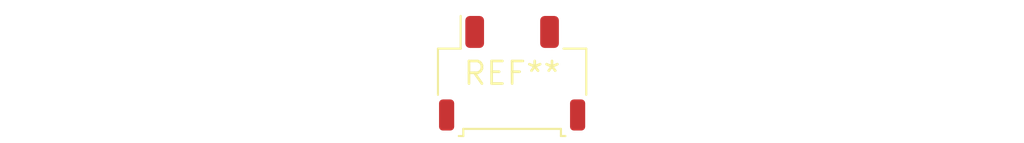
<source format=kicad_pcb>
(kicad_pcb (version 20240108) (generator pcbnew)
  (layers (0 "F.Cu" signal) (31 "B.Cu" signal) (34 "B.Paste" user) (35 "F.Paste" user) (36 "B.SilkS" user "B.Silkscreen") (37 "F.SilkS" user "F.Silkscreen") (38 "B.Mask" user) (39 "F.Mask" user) (44 "Edge.Cuts" user))
  (net 0 "")
  (footprint "JST_LEA_SM02B-LEASS-TF_1x02-1MP_P4.20mm_Horizontal" (layer "F.Cu") (at 0 0)
    (property "Reference" "REF**")
    (property "Value" "JST_LEA_SM02B-LEASS-TF_1x02-1MP_P4.20mm_Horizontal")
    (fp_line (start -4.16 -1.385) (end -2.885 -1.385) (layer "F.SilkS") (stroke (width 0.12)))
    (fp_line (start -4.16 1.215) (end -4.16 -1.385) (layer "F.SilkS") (stroke (width 0.12)))
    (fp_line (start -2.99 3.535) (end -2.74 3.535) (layer "F.SilkS") (stroke (width 0.12)))
    (fp_line (start -2.885 -1.385) (end -2.885 -3.225) (layer "F.SilkS") (stroke (width 0.12)))
    (fp_line (start -2.74 3.135) (end 2.74 3.135) (layer "F.SilkS") (stroke (width 0.12)))
    (fp_line (start -2.74 3.535) (end -2.74 3.135) (layer "F.SilkS") (stroke (width 0.12)))
    (fp_line (start 2.74 3.135) (end 2.74 3.535) (layer "F.SilkS") (stroke (width 0.12)))
    (fp_line (start 2.74 3.535) (end 2.99 3.535) (layer "F.SilkS") (stroke (width 0.12)))
    (fp_line (start 4.16 -1.385) (end 2.885 -1.385) (layer "F.SilkS") (stroke (width 0.12)))
    (fp_line (start 4.16 1.215) (end 4.16 -1.385) (layer "F.SilkS") (stroke (width 0.12)))
    (pad "1" smd roundrect (at -2.1 -2.325) (size 1.05 1.8) (layers "F.Cu" "F.Paste" "F.Mask") (roundrect_rratio 0.238095))
    (pad "2" smd roundrect (at 2.1 -2.325) (size 1.05 1.8) (layers "F.Cu" "F.Paste" "F.Mask") (roundrect_rratio 0.238095))
    (pad "MP" smd roundrect (at -3.675 2.35) (size 0.85 1.75) (layers "F.Cu" "F.Paste" "F.Mask"))
    (pad "MP" smd roundrect (at 3.675 2.35) (size 0.85 1.75) (layers "F.Cu" "F.Paste" "F.Mask"))
  )
)
</source>
